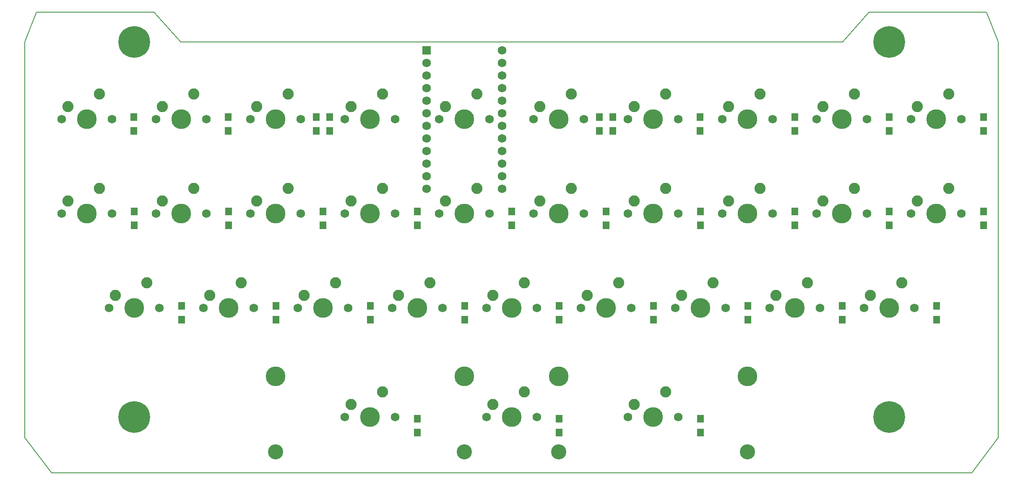
<source format=gbr>
G04 #@! TF.GenerationSoftware,KiCad,Pcbnew,(5.1.9)-1*
G04 #@! TF.CreationDate,2021-09-28T02:04:04-07:00*
G04 #@! TF.ProjectId,keyboard,6b657962-6f61-4726-942e-6b696361645f,rev?*
G04 #@! TF.SameCoordinates,Original*
G04 #@! TF.FileFunction,Soldermask,Bot*
G04 #@! TF.FilePolarity,Negative*
%FSLAX46Y46*%
G04 Gerber Fmt 4.6, Leading zero omitted, Abs format (unit mm)*
G04 Created by KiCad (PCBNEW (5.1.9)-1) date 2021-09-28 02:04:04*
%MOMM*%
%LPD*%
G01*
G04 APERTURE LIST*
G04 #@! TA.AperFunction,Profile*
%ADD10C,0.200000*%
G04 #@! TD*
%ADD11R,1.397000X1.600000*%
%ADD12C,2.250000*%
%ADD13C,3.987800*%
%ADD14C,1.750000*%
%ADD15C,3.048000*%
%ADD16R,1.752600X1.752600*%
%ADD17C,1.752600*%
%ADD18C,6.400000*%
%ADD19C,3.600000*%
G04 APERTURE END LIST*
D10*
X47481250Y-13000000D02*
X181118750Y-13000000D01*
X186500000Y-7000000D02*
X181118750Y-13000000D01*
X186500000Y-7000000D02*
X210168750Y-7000000D01*
X212550000Y-13000000D02*
X210168750Y-7000000D01*
X42100000Y-7000000D02*
X47481250Y-13000000D01*
X16050000Y-13000000D02*
X18431250Y-7000000D01*
X207168750Y-100000000D02*
X212550000Y-92868750D01*
X16050000Y-92868750D02*
X21431250Y-100000000D01*
X18431250Y-7000000D02*
X42100000Y-7000000D01*
X212550000Y-13000000D02*
X212550000Y-92868750D01*
X207168750Y-100000000D02*
X21431250Y-100000000D01*
X16050000Y-92868750D02*
X16050000Y-13000000D01*
D11*
X132003800Y-28165600D03*
X132003800Y-30965600D03*
X74828400Y-28165600D03*
X74828400Y-30965600D03*
X38025000Y-28175000D03*
X38025000Y-30975000D03*
X57075000Y-28175000D03*
X57075000Y-30975000D03*
X77597000Y-28165600D03*
X77597000Y-30965600D03*
X134721600Y-28165600D03*
X134721600Y-30965600D03*
X152325000Y-28175000D03*
X152325000Y-30975000D03*
X171476600Y-28175000D03*
X171476600Y-30975000D03*
X190526600Y-28175000D03*
X190526600Y-30975000D03*
X209576600Y-28175000D03*
X209576600Y-30975000D03*
X38126600Y-47225000D03*
X38126600Y-50025000D03*
X57176600Y-47225000D03*
X57176600Y-50025000D03*
X76226600Y-47225000D03*
X76226600Y-50025000D03*
X95276600Y-47225000D03*
X95276600Y-50025000D03*
X114326600Y-47225000D03*
X114326600Y-50025000D03*
X133376600Y-47225000D03*
X133376600Y-50025000D03*
X152426600Y-47225000D03*
X152426600Y-50025000D03*
X171476600Y-47225000D03*
X171476600Y-50025000D03*
X190526600Y-47225000D03*
X190526600Y-50025000D03*
X209576600Y-47225000D03*
X209576600Y-50025000D03*
X47651600Y-66275000D03*
X47651600Y-69075000D03*
X66701600Y-66275000D03*
X66701600Y-69075000D03*
X85751600Y-66275000D03*
X85751600Y-69075000D03*
X104801600Y-66275000D03*
X104801600Y-69075000D03*
X123851600Y-66275000D03*
X123851600Y-69075000D03*
X142901600Y-66275000D03*
X142901600Y-69075000D03*
X161951600Y-66275000D03*
X161951600Y-69075000D03*
X181001600Y-66275000D03*
X181001600Y-69075000D03*
X200051600Y-66275000D03*
X200051600Y-69075000D03*
X95302000Y-89058800D03*
X95302000Y-91858800D03*
X123877000Y-89058800D03*
X123877000Y-91858800D03*
X152452000Y-89058800D03*
X152452000Y-91858800D03*
D12*
X88265000Y-83645000D03*
X81915000Y-86185000D03*
D13*
X85725000Y-88725000D03*
D14*
X80645000Y-88725000D03*
X90805000Y-88725000D03*
D15*
X66675000Y-95710000D03*
X104775000Y-95710000D03*
D13*
X66675000Y-80470000D03*
X104775000Y-80470000D03*
D12*
X145415000Y-83645000D03*
X139065000Y-86185000D03*
D13*
X142875000Y-88725000D03*
D14*
X137795000Y-88725000D03*
X147955000Y-88725000D03*
D15*
X123825000Y-95710000D03*
X161925000Y-95710000D03*
D13*
X123825000Y-80470000D03*
X161925000Y-80470000D03*
X161925000Y-80470000D03*
X66675000Y-80470000D03*
D15*
X161925000Y-95710000D03*
X66675000Y-95710000D03*
D14*
X119380000Y-88725000D03*
X109220000Y-88725000D03*
D12*
X110490000Y-86185000D03*
D13*
X114300000Y-88725000D03*
D12*
X116840000Y-83645000D03*
X31115000Y-23495000D03*
D13*
X28575000Y-28575000D03*
D12*
X24765000Y-26035000D03*
D14*
X23495000Y-28575000D03*
X33655000Y-28575000D03*
D12*
X50165000Y-23495000D03*
D13*
X47625000Y-28575000D03*
D12*
X43815000Y-26035000D03*
D14*
X42545000Y-28575000D03*
X52705000Y-28575000D03*
D12*
X69215000Y-23495000D03*
D13*
X66675000Y-28575000D03*
D12*
X62865000Y-26035000D03*
D14*
X61595000Y-28575000D03*
X71755000Y-28575000D03*
D12*
X88265000Y-23495000D03*
D13*
X85725000Y-28575000D03*
D12*
X81915000Y-26035000D03*
D14*
X80645000Y-28575000D03*
X90805000Y-28575000D03*
D12*
X107315000Y-23495000D03*
D13*
X104775000Y-28575000D03*
D12*
X100965000Y-26035000D03*
D14*
X99695000Y-28575000D03*
X109855000Y-28575000D03*
D12*
X126365000Y-23495000D03*
D13*
X123825000Y-28575000D03*
D12*
X120015000Y-26035000D03*
D14*
X118745000Y-28575000D03*
X128905000Y-28575000D03*
D12*
X145415000Y-23495000D03*
D13*
X142875000Y-28575000D03*
D12*
X139065000Y-26035000D03*
D14*
X137795000Y-28575000D03*
X147955000Y-28575000D03*
D12*
X164465000Y-23495000D03*
D13*
X161925000Y-28575000D03*
D12*
X158115000Y-26035000D03*
D14*
X156845000Y-28575000D03*
X167005000Y-28575000D03*
D12*
X183515000Y-23495000D03*
D13*
X180975000Y-28575000D03*
D12*
X177165000Y-26035000D03*
D14*
X175895000Y-28575000D03*
X186055000Y-28575000D03*
D12*
X202565000Y-23495000D03*
D13*
X200025000Y-28575000D03*
D12*
X196215000Y-26035000D03*
D14*
X194945000Y-28575000D03*
X205105000Y-28575000D03*
D12*
X31115000Y-42545000D03*
D13*
X28575000Y-47625000D03*
D12*
X24765000Y-45085000D03*
D14*
X23495000Y-47625000D03*
X33655000Y-47625000D03*
D12*
X50165000Y-42545000D03*
D13*
X47625000Y-47625000D03*
D12*
X43815000Y-45085000D03*
D14*
X42545000Y-47625000D03*
X52705000Y-47625000D03*
D12*
X69215000Y-42545000D03*
D13*
X66675000Y-47625000D03*
D12*
X62865000Y-45085000D03*
D14*
X61595000Y-47625000D03*
X71755000Y-47625000D03*
D12*
X88265000Y-42545000D03*
D13*
X85725000Y-47625000D03*
D12*
X81915000Y-45085000D03*
D14*
X80645000Y-47625000D03*
X90805000Y-47625000D03*
D12*
X107315000Y-42545000D03*
D13*
X104775000Y-47625000D03*
D12*
X100965000Y-45085000D03*
D14*
X99695000Y-47625000D03*
X109855000Y-47625000D03*
D12*
X126365000Y-42545000D03*
D13*
X123825000Y-47625000D03*
D12*
X120015000Y-45085000D03*
D14*
X118745000Y-47625000D03*
X128905000Y-47625000D03*
D12*
X145415000Y-42545000D03*
D13*
X142875000Y-47625000D03*
D12*
X139065000Y-45085000D03*
D14*
X137795000Y-47625000D03*
X147955000Y-47625000D03*
D12*
X164465000Y-42545000D03*
D13*
X161925000Y-47625000D03*
D12*
X158115000Y-45085000D03*
D14*
X156845000Y-47625000D03*
X167005000Y-47625000D03*
D12*
X183515000Y-42545000D03*
D13*
X180975000Y-47625000D03*
D12*
X177165000Y-45085000D03*
D14*
X175895000Y-47625000D03*
X186055000Y-47625000D03*
D12*
X202565000Y-42545000D03*
D13*
X200025000Y-47625000D03*
D12*
X196215000Y-45085000D03*
D14*
X194945000Y-47625000D03*
X205105000Y-47625000D03*
D12*
X40640000Y-61595000D03*
D13*
X38100000Y-66675000D03*
D12*
X34290000Y-64135000D03*
D14*
X33020000Y-66675000D03*
X43180000Y-66675000D03*
D12*
X59690000Y-61595000D03*
D13*
X57150000Y-66675000D03*
D12*
X53340000Y-64135000D03*
D14*
X52070000Y-66675000D03*
X62230000Y-66675000D03*
D12*
X78740000Y-61595000D03*
D13*
X76200000Y-66675000D03*
D12*
X72390000Y-64135000D03*
D14*
X71120000Y-66675000D03*
X81280000Y-66675000D03*
D12*
X97790000Y-61595000D03*
D13*
X95250000Y-66675000D03*
D12*
X91440000Y-64135000D03*
D14*
X90170000Y-66675000D03*
X100330000Y-66675000D03*
D12*
X116840000Y-61595000D03*
D13*
X114300000Y-66675000D03*
D12*
X110490000Y-64135000D03*
D14*
X109220000Y-66675000D03*
X119380000Y-66675000D03*
D12*
X135890000Y-61595000D03*
D13*
X133350000Y-66675000D03*
D12*
X129540000Y-64135000D03*
D14*
X128270000Y-66675000D03*
X138430000Y-66675000D03*
D12*
X154940000Y-61595000D03*
D13*
X152400000Y-66675000D03*
D12*
X148590000Y-64135000D03*
D14*
X147320000Y-66675000D03*
X157480000Y-66675000D03*
D12*
X173990000Y-61595000D03*
D13*
X171450000Y-66675000D03*
D12*
X167640000Y-64135000D03*
D14*
X166370000Y-66675000D03*
X176530000Y-66675000D03*
D12*
X193040000Y-61595000D03*
D13*
X190500000Y-66675000D03*
D12*
X186690000Y-64135000D03*
D14*
X185420000Y-66675000D03*
X195580000Y-66675000D03*
D16*
X97129600Y-14706600D03*
D17*
X97129600Y-17246600D03*
X97129600Y-19786600D03*
X97129600Y-22326600D03*
X97129600Y-24866600D03*
X97129600Y-27406600D03*
X97129600Y-29946600D03*
X97129600Y-32486600D03*
X97129600Y-35026600D03*
X97129600Y-37566600D03*
X97129600Y-40106600D03*
X112369600Y-42646600D03*
X112369600Y-40106600D03*
X112369600Y-37566600D03*
X112369600Y-35026600D03*
X112369600Y-32486600D03*
X112369600Y-29946600D03*
X112369600Y-27406600D03*
X112369600Y-24866600D03*
X112369600Y-22326600D03*
X112369600Y-19786600D03*
X112369600Y-17246600D03*
X97129600Y-42646600D03*
X112369600Y-14706600D03*
D18*
X190500000Y-88725000D03*
D19*
X190500000Y-88725000D03*
D18*
X38100000Y-88725000D03*
D19*
X38100000Y-88725000D03*
D18*
X190500000Y-13000000D03*
D19*
X190500000Y-13000000D03*
D18*
X38100000Y-13000000D03*
D19*
X38100000Y-13000000D03*
M02*

</source>
